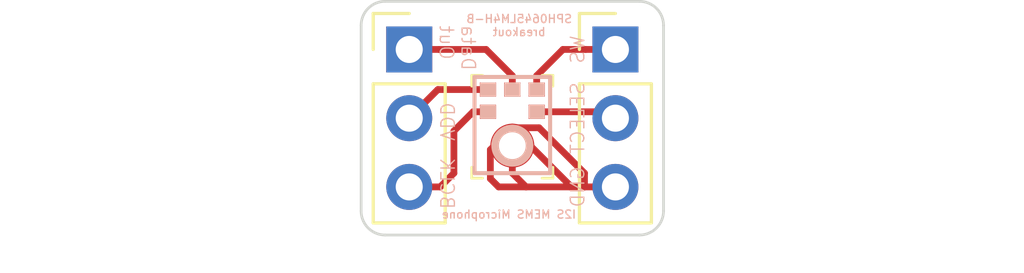
<source format=kicad_pcb>
(kicad_pcb (version 20171130) (host pcbnew "(5.1.4-6-g300381ba4)-1")

  (general
    (thickness 1.6)
    (drawings 27)
    (tracks 30)
    (zones 0)
    (modules 4)
    (nets 1)
  )

  (page A4)
  (layers
    (0 F.Cu signal)
    (31 B.Cu signal)
    (32 B.Adhes user)
    (33 F.Adhes user)
    (34 B.Paste user)
    (35 F.Paste user)
    (36 B.SilkS user)
    (37 F.SilkS user)
    (38 B.Mask user)
    (39 F.Mask user)
    (40 Dwgs.User user)
    (41 Cmts.User user)
    (42 Eco1.User user)
    (43 Eco2.User user)
    (44 Edge.Cuts user)
    (45 Margin user)
    (46 B.CrtYd user)
    (47 F.CrtYd user)
    (48 B.Fab user)
    (49 F.Fab user)
  )

  (setup
    (last_trace_width 0.25)
    (user_trace_width 0.2)
    (trace_clearance 0.2)
    (zone_clearance 0.508)
    (zone_45_only no)
    (trace_min 0.2)
    (via_size 0.8)
    (via_drill 0.4)
    (via_min_size 0.4)
    (via_min_drill 0.3)
    (uvia_size 0.3)
    (uvia_drill 0.1)
    (uvias_allowed no)
    (uvia_min_size 0.2)
    (uvia_min_drill 0.1)
    (edge_width 0.1)
    (segment_width 0.2)
    (pcb_text_width 0.3)
    (pcb_text_size 1.5 1.5)
    (mod_edge_width 0.15)
    (mod_text_size 1 1)
    (mod_text_width 0.15)
    (pad_size 0.3 0.3)
    (pad_drill 0)
    (pad_to_mask_clearance 0)
    (aux_axis_origin 0 0)
    (visible_elements 7FFFFFFF)
    (pcbplotparams
      (layerselection 0x010fc_ffffffff)
      (usegerberextensions true)
      (usegerberattributes false)
      (usegerberadvancedattributes false)
      (creategerberjobfile false)
      (excludeedgelayer true)
      (linewidth 0.100000)
      (plotframeref false)
      (viasonmask false)
      (mode 1)
      (useauxorigin false)
      (hpglpennumber 1)
      (hpglpenspeed 20)
      (hpglpendiameter 15.000000)
      (psnegative false)
      (psa4output false)
      (plotreference true)
      (plotvalue true)
      (plotinvisibletext false)
      (padsonsilk false)
      (subtractmaskfromsilk false)
      (outputformat 1)
      (mirror false)
      (drillshape 0)
      (scaleselection 1)
      (outputdirectory "D:/programming/arduino/watch2/design_files/i2c_mic_breakout/"))
  )

  (net 0 "")

  (net_class Default "This is the default net class."
    (clearance 0.2)
    (trace_width 0.25)
    (via_dia 0.8)
    (via_drill 0.4)
    (uvia_dia 0.3)
    (uvia_drill 0.1)
  )

  (module "" (layer F.Cu) (tedit 0) (tstamp 5D4D8D0C)
    (at 128.397 84.48)
    (fp_text reference "" (at 0 0) (layer F.SilkS)
      (effects (font (size 1.27 1.27) (thickness 0.15)))
    )
    (fp_text value "" (at 0 0) (layer F.SilkS)
      (effects (font (size 1.27 1.27) (thickness 0.15)))
    )
    (fp_circle (center 0 -0.662) (end 0.662 -0.662) (layer F.Cu) (width 0.3))
  )

  (module DigiKey:SPH0645LM4H-B-messed-up (layer F.Cu) (tedit 5D4D776A) (tstamp 5D4D8B06)
    (at 128.397 83.82)
    (descr http://www.digikey.com/products/en?keywords=423-1405-1-ND)
    (attr smd)
    (fp_text reference REF** (at 1.163 -6.31) (layer F.SilkS) hide
      (effects (font (size 1 1) (thickness 0.15)))
    )
    (fp_text value SPH0645LM4H-B-messed-up (at 0 2.76) (layer F.Fab)
      (effects (font (size 1 1) (thickness 0.15)))
    )
    (fp_line (start -1.325 -2.46) (end -1.325 1.04) (layer F.Fab) (width 0.1))
    (fp_line (start 1.325 -2.46) (end 1.325 1.04) (layer F.Fab) (width 0.1))
    (fp_line (start -1.32 -2.46) (end 1.32 -2.46) (layer F.Fab) (width 0.1))
    (fp_line (start -1.32 1.04) (end 1.32 1.04) (layer F.Fab) (width 0.1))
    (fp_line (start 1.5 -2.6) (end 1.5 -2.2) (layer F.SilkS) (width 0.1))
    (fp_line (start 1.1 -2.6) (end 1.5 -2.6) (layer F.SilkS) (width 0.1))
    (fp_line (start -1.5 -2.6) (end -1.5 -2.2) (layer F.SilkS) (width 0.1))
    (fp_line (start -1.1 -2.6) (end -1.5 -2.6) (layer F.SilkS) (width 0.1))
    (fp_line (start 1.5 1.2) (end 1.1 1.2) (layer F.SilkS) (width 0.1))
    (fp_line (start 1.5 0.8) (end 1.5 1.2) (layer F.SilkS) (width 0.1))
    (fp_line (start -1.5 1.2) (end -1.1 1.2) (layer F.SilkS) (width 0.1))
    (fp_line (start -1.5 0.8) (end -1.5 1.2) (layer F.SilkS) (width 0.1))
    (fp_text user REF** (at 0 -0.6) (layer F.Fab)
      (effects (font (size 0.5 0.5) (thickness 0.05)))
    )
    (fp_line (start -1.6 -2.71) (end -1.6 1.29) (layer F.CrtYd) (width 0.05))
    (fp_line (start 1.6 -2.71) (end 1.6 1.29) (layer F.CrtYd) (width 0.05))
    (fp_line (start -1.6 -2.71) (end 1.6 -2.71) (layer F.CrtYd) (width 0.05))
    (fp_line (start -1.6 1.29) (end 1.6 1.29) (layer F.CrtYd) (width 0.05))
    (pad 6 smd rect (at 0 -2.074) (size 0.6 0.522) (layers F.Cu F.Paste F.Mask))
    (pad 5 smd rect (at 0.9 -2.074) (size 0.6 0.522) (layers F.Cu F.Paste F.Mask))
    (pad 4 smd rect (at 0.9 -1.252) (size 0.6 0.522) (layers F.Cu F.Paste F.Mask))
    (pad 2 smd rect (at -0.9 -1.252) (size 0.6 0.522) (layers F.Cu F.Paste F.Mask))
    (pad "" np_thru_hole circle (at 0 0) (size 0.325 0.325) (drill 0.325) (layers *.Cu *.Mask))
    (pad 1 smd rect (at -0.9 -2.074) (size 0.6 0.522) (layers F.Cu F.Paste F.Mask))
    (pad 3 smd circle (at 0.662 0) (size 0.3 0.3) (layers F.Cu F.Paste F.Mask))
    (pad 3 smd circle (at -0.662 0) (size 0.3 0.3) (layers F.Cu F.Paste F.Mask))
    (pad 3 smd circle (at 0 -0.662) (size 0.3 0.3) (layers F.Cu F.Paste F.Mask))
    (pad 3 smd circle (at 0 0.662) (size 0.3 0.3) (layers F.Cu F.Paste F.Mask))
  )

  (module Pin_Headers:Pin_Header_Straight_1x03_Pitch2.54mm (layer F.Cu) (tedit 59650532) (tstamp 5D4D5905)
    (at 124.587 80.264)
    (descr "Through hole straight pin header, 1x03, 2.54mm pitch, single row")
    (tags "Through hole pin header THT 1x03 2.54mm single row")
    (fp_text reference REF** (at 0 -2.33) (layer F.SilkS) hide
      (effects (font (size 1 1) (thickness 0.15)))
    )
    (fp_text value Pin_Header_Straight_1x03_Pitch2.54mm (at 0 7.41) (layer F.Fab)
      (effects (font (size 1 1) (thickness 0.15)))
    )
    (fp_text user %R (at 0 2.54 90) (layer F.Fab)
      (effects (font (size 1 1) (thickness 0.15)))
    )
    (fp_line (start 1.8 -1.8) (end -1.8 -1.8) (layer F.CrtYd) (width 0.05))
    (fp_line (start 1.8 6.85) (end 1.8 -1.8) (layer F.CrtYd) (width 0.05))
    (fp_line (start -1.8 6.85) (end 1.8 6.85) (layer F.CrtYd) (width 0.05))
    (fp_line (start -1.8 -1.8) (end -1.8 6.85) (layer F.CrtYd) (width 0.05))
    (fp_line (start -1.33 -1.33) (end 0 -1.33) (layer F.SilkS) (width 0.12))
    (fp_line (start -1.33 0) (end -1.33 -1.33) (layer F.SilkS) (width 0.12))
    (fp_line (start -1.33 1.27) (end 1.33 1.27) (layer F.SilkS) (width 0.12))
    (fp_line (start 1.33 1.27) (end 1.33 6.41) (layer F.SilkS) (width 0.12))
    (fp_line (start -1.33 1.27) (end -1.33 6.41) (layer F.SilkS) (width 0.12))
    (fp_line (start -1.33 6.41) (end 1.33 6.41) (layer F.SilkS) (width 0.12))
    (fp_line (start -1.27 -0.635) (end -0.635 -1.27) (layer F.Fab) (width 0.1))
    (fp_line (start -1.27 6.35) (end -1.27 -0.635) (layer F.Fab) (width 0.1))
    (fp_line (start 1.27 6.35) (end -1.27 6.35) (layer F.Fab) (width 0.1))
    (fp_line (start 1.27 -1.27) (end 1.27 6.35) (layer F.Fab) (width 0.1))
    (fp_line (start -0.635 -1.27) (end 1.27 -1.27) (layer F.Fab) (width 0.1))
    (pad 3 thru_hole oval (at 0 5.08) (size 1.7 1.7) (drill 1) (layers *.Cu *.Mask))
    (pad 2 thru_hole oval (at 0 2.54) (size 1.7 1.7) (drill 1) (layers *.Cu *.Mask))
    (pad 1 thru_hole rect (at 0 0) (size 1.7 1.7) (drill 1) (layers *.Cu *.Mask))
    (model ${KISYS3DMOD}/Pin_Headers.3dshapes/Pin_Header_Straight_1x03_Pitch2.54mm.wrl
      (at (xyz 0 0 0))
      (scale (xyz 1 1 1))
      (rotate (xyz 0 0 0))
    )
  )

  (module Pin_Headers:Pin_Header_Straight_1x03_Pitch2.54mm (layer F.Cu) (tedit 59650532) (tstamp 5D4D589D)
    (at 132.207 80.264)
    (descr "Through hole straight pin header, 1x03, 2.54mm pitch, single row")
    (tags "Through hole pin header THT 1x03 2.54mm single row")
    (fp_text reference REF** (at 0 -2.33) (layer F.SilkS) hide
      (effects (font (size 1 1) (thickness 0.15)))
    )
    (fp_text value Pin_Header_Straight_1x03_Pitch2.54mm (at 0 7.41) (layer F.Fab)
      (effects (font (size 1 1) (thickness 0.15)))
    )
    (fp_line (start -0.635 -1.27) (end 1.27 -1.27) (layer F.Fab) (width 0.1))
    (fp_line (start 1.27 -1.27) (end 1.27 6.35) (layer F.Fab) (width 0.1))
    (fp_line (start 1.27 6.35) (end -1.27 6.35) (layer F.Fab) (width 0.1))
    (fp_line (start -1.27 6.35) (end -1.27 -0.635) (layer F.Fab) (width 0.1))
    (fp_line (start -1.27 -0.635) (end -0.635 -1.27) (layer F.Fab) (width 0.1))
    (fp_line (start -1.33 6.41) (end 1.33 6.41) (layer F.SilkS) (width 0.12))
    (fp_line (start -1.33 1.27) (end -1.33 6.41) (layer F.SilkS) (width 0.12))
    (fp_line (start 1.33 1.27) (end 1.33 6.41) (layer F.SilkS) (width 0.12))
    (fp_line (start -1.33 1.27) (end 1.33 1.27) (layer F.SilkS) (width 0.12))
    (fp_line (start -1.33 0) (end -1.33 -1.33) (layer F.SilkS) (width 0.12))
    (fp_line (start -1.33 -1.33) (end 0 -1.33) (layer F.SilkS) (width 0.12))
    (fp_line (start -1.8 -1.8) (end -1.8 6.85) (layer F.CrtYd) (width 0.05))
    (fp_line (start -1.8 6.85) (end 1.8 6.85) (layer F.CrtYd) (width 0.05))
    (fp_line (start 1.8 6.85) (end 1.8 -1.8) (layer F.CrtYd) (width 0.05))
    (fp_line (start 1.8 -1.8) (end -1.8 -1.8) (layer F.CrtYd) (width 0.05))
    (fp_text user %R (at 0 2.54 90) (layer F.Fab)
      (effects (font (size 1 1) (thickness 0.15)))
    )
    (pad 1 thru_hole rect (at 0 0) (size 1.7 1.7) (drill 1) (layers *.Cu *.Mask))
    (pad 2 thru_hole oval (at 0 2.54) (size 1.7 1.7) (drill 1) (layers *.Cu *.Mask))
    (pad 3 thru_hole oval (at 0 5.08) (size 1.7 1.7) (drill 1) (layers *.Cu *.Mask))
    (model ${KISYS3DMOD}/Pin_Headers.3dshapes/Pin_Header_Straight_1x03_Pitch2.54mm.wrl
      (at (xyz 0 0 0))
      (scale (xyz 1 1 1))
      (rotate (xyz 0 0 0))
    )
  )

  (gr_arc (start 133.096 79.375) (end 133.985 79.375) (angle -90) (layer Edge.Cuts) (width 0.1) (tstamp 5D4D8ECA))
  (gr_arc (start 133.096 86.233) (end 133.096 87.122) (angle -90) (layer Edge.Cuts) (width 0.1) (tstamp 5D4D8EC0))
  (gr_arc (start 123.698 86.233) (end 122.809 86.233) (angle -90) (layer Edge.Cuts) (width 0.1) (tstamp 5D4D8EB6))
  (gr_arc (start 123.698 79.375) (end 123.698 78.486) (angle -90) (layer Edge.Cuts) (width 0.1))
  (gr_text "I2S MEMS Microphone" (at 128.27 86.36) (layer B.SilkS) (tstamp 5D4D8E88)
    (effects (font (size 0.3 0.3) (thickness 0.05)) (justify mirror))
  )
  (gr_text "SPH0645LM4H-B\nbreakout" (at 128.651 79.375) (layer B.SilkS)
    (effects (font (size 0.3 0.3) (thickness 0.05)) (justify mirror))
  )
  (gr_circle (center 128.397 83.82) (end 129.032 83.82) (layer B.SilkS) (width 0.28))
  (gr_line (start 133.096 78.486) (end 123.698 78.486) (layer Edge.Cuts) (width 0.1) (tstamp 5D4D63CA))
  (gr_line (start 133.985 86.233) (end 133.985 79.375) (layer Edge.Cuts) (width 0.1) (tstamp 5D4D63C9))
  (gr_line (start 123.698 87.122) (end 133.096 87.122) (layer Edge.Cuts) (width 0.1) (tstamp 5D4D63C8))
  (gr_line (start 122.809 79.375) (end 122.809 86.233) (layer Edge.Cuts) (width 0.1) (tstamp 5D4D63C7))
  (gr_poly (pts (xy 129.05 82.354) (xy 129.05 82.78) (xy 129.55 82.78) (xy 129.55 82.354)) (layer B.SilkS) (width 0.1) (tstamp 5D4D5BDD))
  (gr_poly (pts (xy 127.25 82.354) (xy 127.25 82.78) (xy 127.75 82.78) (xy 127.75 82.354)) (layer B.SilkS) (width 0.1) (tstamp 5D4D5BDB))
  (gr_poly (pts (xy 129.05 81.53) (xy 129.05 81.956) (xy 129.55 81.956) (xy 129.55 81.53)) (layer B.SilkS) (width 0.1) (tstamp 5D4D5BD9))
  (gr_poly (pts (xy 128.15 81.53) (xy 128.15 81.956) (xy 128.65 81.956) (xy 128.65 81.53)) (layer B.SilkS) (width 0.1) (tstamp 5D4D5BD2))
  (gr_poly (pts (xy 127.25 81.534) (xy 127.25 81.96) (xy 127.75 81.96) (xy 127.75 81.534)) (layer B.SilkS) (width 0.1))
  (gr_line (start 127 81.28) (end 127 81.407) (layer B.SilkS) (width 0.15) (tstamp 5D4D5BBD))
  (gr_line (start 129.794 81.28) (end 127 81.28) (layer B.SilkS) (width 0.15))
  (gr_line (start 129.794 84.836) (end 129.794 81.28) (layer B.SilkS) (width 0.15))
  (gr_line (start 127 84.836) (end 129.794 84.836) (layer B.SilkS) (width 0.15))
  (gr_line (start 127 81.407) (end 127 84.836) (layer B.SilkS) (width 0.15))
  (gr_text BCLK (at 125.984 85.217 270) (layer B.SilkS) (tstamp 5D4D5A22)
    (effects (font (size 0.5 0.5) (thickness 0.05)) (justify mirror))
  )
  (gr_text VDD (at 125.984 82.931 270) (layer B.SilkS) (tstamp 5D4D5A22)
    (effects (font (size 0.5 0.5) (thickness 0.05)) (justify mirror))
  )
  (gr_text "Data \nOut" (at 126.365 80.01 270) (layer B.SilkS) (tstamp 5D4D5A22)
    (effects (font (size 0.5 0.5) (thickness 0.05)) (justify mirror))
  )
  (gr_text GND (at 130.81 85.344 90) (layer B.SilkS) (tstamp 5D4D5A22)
    (effects (font (size 0.5 0.5) (thickness 0.05)) (justify mirror))
  )
  (gr_text SELECT (at 130.81 82.804 90) (layer B.SilkS) (tstamp 5D4D5A22)
    (effects (font (size 0.5 0.5) (thickness 0.05)) (justify mirror))
  )
  (gr_text WS (at 130.81 80.264 90) (layer B.SilkS)
    (effects (font (size 0.5 0.5) (thickness 0.05)) (justify mirror))
  )

  (segment (start 131.107 80.264) (end 132.207 80.264) (width 0.25) (layer F.Cu) (net 0))
  (segment (start 130.268 80.264) (end 131.107 80.264) (width 0.25) (layer F.Cu) (net 0))
  (segment (start 129.297 81.235) (end 130.268 80.264) (width 0.25) (layer F.Cu) (net 0))
  (segment (start 129.297 81.746) (end 129.297 81.235) (width 0.25) (layer F.Cu) (net 0))
  (segment (start 131.971 82.568) (end 132.207 82.804) (width 0.25) (layer F.Cu) (net 0))
  (segment (start 129.297 82.568) (end 131.971 82.568) (width 0.25) (layer F.Cu) (net 0))
  (segment (start 126.947 82.568) (end 127.497 82.568) (width 0.25) (layer F.Cu) (net 0))
  (segment (start 126.238 83.277) (end 126.947 82.568) (width 0.25) (layer F.Cu) (net 0))
  (segment (start 126.238 84.836) (end 126.238 83.277) (width 0.25) (layer F.Cu) (net 0))
  (segment (start 124.587 85.344) (end 125.73 85.344) (width 0.25) (layer F.Cu) (net 0))
  (segment (start 125.73 85.344) (end 126.238 84.836) (width 0.25) (layer F.Cu) (net 0))
  (segment (start 125.645 81.746) (end 124.587 82.804) (width 0.25) (layer F.Cu) (net 0))
  (segment (start 127.497 81.746) (end 125.645 81.746) (width 0.25) (layer F.Cu) (net 0))
  (segment (start 125.687 80.264) (end 124.587 80.264) (width 0.25) (layer F.Cu) (net 0))
  (segment (start 127.426 80.264) (end 125.687 80.264) (width 0.25) (layer F.Cu) (net 0))
  (segment (start 128.397 81.235) (end 127.426 80.264) (width 0.25) (layer F.Cu) (net 0))
  (segment (start 128.397 81.746) (end 128.397 81.235) (width 0.25) (layer F.Cu) (net 0))
  (segment (start 130.583 85.344) (end 129.059 83.82) (width 0.25) (layer F.Cu) (net 0))
  (segment (start 128.397 84.482) (end 128.397 84.836) (width 0.25) (layer F.Cu) (net 0))
  (segment (start 128.905 85.344) (end 130.583 85.344) (width 0.25) (layer F.Cu) (net 0))
  (segment (start 128.397 84.836) (end 128.905 85.344) (width 0.25) (layer F.Cu) (net 0))
  (segment (start 127.585001 83.969999) (end 127.585001 85.040001) (width 0.25) (layer F.Cu) (net 0))
  (segment (start 127.735 83.82) (end 127.585001 83.969999) (width 0.25) (layer F.Cu) (net 0))
  (segment (start 127.889 85.344) (end 128.905 85.344) (width 0.25) (layer F.Cu) (net 0))
  (segment (start 127.585001 85.040001) (end 127.889 85.344) (width 0.25) (layer F.Cu) (net 0))
  (segment (start 128.397 83.158) (end 129.386 83.158) (width 0.25) (layer F.Cu) (net 0))
  (segment (start 131.064 84.836) (end 131.064 85.344) (width 0.25) (layer F.Cu) (net 0))
  (segment (start 129.386 83.158) (end 131.064 84.836) (width 0.25) (layer F.Cu) (net 0))
  (segment (start 132.207 85.344) (end 131.064 85.344) (width 0.25) (layer F.Cu) (net 0))
  (segment (start 131.064 85.344) (end 130.583 85.344) (width 0.25) (layer F.Cu) (net 0))

)

</source>
